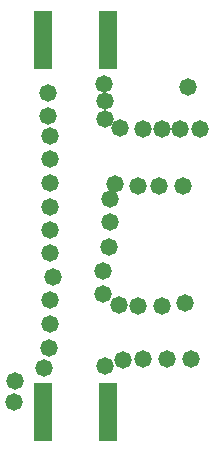
<source format=gbr>
%TF.GenerationSoftware,Altium Limited,Altium Designer,20.0.10 (225)*%
G04 Layer_Color=16711935*
%FSLAX26Y26*%
%MOIN*%
%TF.FileFunction,Soldermask,Bot*%
%TF.Part,Single*%
G01*
G75*
%TA.AperFunction,SMDPad,CuDef*%
%ADD11R,0.062992X0.196850*%
%TA.AperFunction,ViaPad*%
%ADD17C,0.058000*%
D11*
X4844705Y3514173D02*
D03*
X4626595D02*
D03*
X4844705Y4753543D02*
D03*
X4626595D02*
D03*
D17*
X4830000Y4605000D02*
D03*
X4835000Y4550000D02*
D03*
X4645000Y4575000D02*
D03*
X4651374Y4354943D02*
D03*
X4651390Y4434470D02*
D03*
X4645000Y4500000D02*
D03*
X4835000Y4490000D02*
D03*
X4867563Y4273740D02*
D03*
X5110000Y4595000D02*
D03*
X5095000Y4265000D02*
D03*
X4651083Y4121092D02*
D03*
X5015000Y4265000D02*
D03*
X4945000D02*
D03*
X4647382Y3726074D02*
D03*
X4835000Y3665000D02*
D03*
X4530000Y3545000D02*
D03*
X4535000Y3615000D02*
D03*
X5024022Y3867192D02*
D03*
X4944494D02*
D03*
X4960069Y3691069D02*
D03*
X5039592Y3690289D02*
D03*
X5119120D02*
D03*
X5100000Y3875000D02*
D03*
X5085000Y4455000D02*
D03*
X5025000D02*
D03*
X4960672Y4455266D02*
D03*
X5150000Y4455000D02*
D03*
X4884254Y4459176D02*
D03*
X4651260Y4275415D02*
D03*
X4650781Y4195889D02*
D03*
X4651796Y4043418D02*
D03*
X4659057Y3964223D02*
D03*
X4650781Y3885127D02*
D03*
X4651390Y3805602D02*
D03*
X4630000Y3660000D02*
D03*
X4895000Y3685000D02*
D03*
X4880000Y3870000D02*
D03*
X4827684Y3904945D02*
D03*
X4827417Y3984472D02*
D03*
X4846786Y4061630D02*
D03*
X4849192Y4146745D02*
D03*
X4852292Y4221964D02*
D03*
%TF.MD5,505108fbf5254821f6bfcb1087729b6e*%
M02*

</source>
